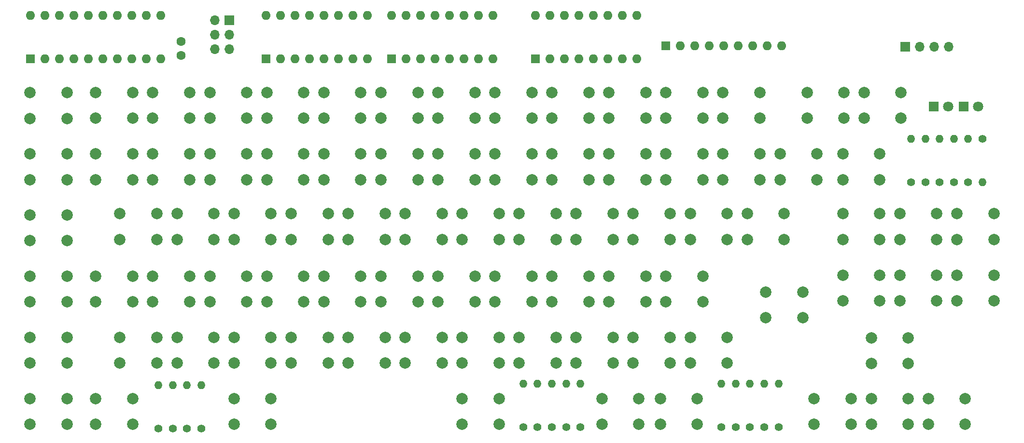
<source format=gbr>
%TF.GenerationSoftware,KiCad,Pcbnew,(7.0.0-0)*%
%TF.CreationDate,2023-11-15T12:47:25+03:00*%
%TF.ProjectId,keyb,6b657962-2e6b-4696-9361-645f70636258,rev?*%
%TF.SameCoordinates,Original*%
%TF.FileFunction,Soldermask,Bot*%
%TF.FilePolarity,Negative*%
%FSLAX46Y46*%
G04 Gerber Fmt 4.6, Leading zero omitted, Abs format (unit mm)*
G04 Created by KiCad (PCBNEW (7.0.0-0)) date 2023-11-15 12:47:25*
%MOMM*%
%LPD*%
G01*
G04 APERTURE LIST*
%ADD10C,2.000000*%
%ADD11C,1.400000*%
%ADD12O,1.400000X1.400000*%
%ADD13R,1.800000X1.800000*%
%ADD14C,1.800000*%
%ADD15R,1.700000X1.700000*%
%ADD16O,1.700000X1.700000*%
%ADD17R,1.600000X1.600000*%
%ADD18O,1.600000X1.600000*%
%ADD19C,1.600000*%
G04 APERTURE END LIST*
D10*
%TO.C,SW23*%
X140011500Y-100793500D03*
X146511500Y-100793500D03*
X140011500Y-105293500D03*
X146511500Y-105293500D03*
%TD*%
%TO.C,SW18*%
X90011500Y-100793500D03*
X96511500Y-100793500D03*
X90011500Y-105293500D03*
X96511500Y-105293500D03*
%TD*%
%TO.C,SW34*%
X170011500Y-100793500D03*
X176511500Y-100793500D03*
X170011500Y-105293500D03*
X176511500Y-105293500D03*
%TD*%
%TO.C,SW68*%
X74261500Y-133043500D03*
X80761500Y-133043500D03*
X74261500Y-137543500D03*
X80761500Y-137543500D03*
%TD*%
D11*
%TO.C,R11*%
X174750000Y-148810000D03*
D12*
X174749999Y-141189999D03*
%TD*%
D10*
%TO.C,SW19*%
X100011500Y-100793500D03*
X106511500Y-100793500D03*
X100011500Y-105293500D03*
X106511500Y-105293500D03*
%TD*%
%TO.C,SW20*%
X110011500Y-100793500D03*
X116511500Y-100793500D03*
X110011500Y-105293500D03*
X116511500Y-105293500D03*
%TD*%
%TO.C,SW76*%
X154261500Y-133043500D03*
X160761500Y-133043500D03*
X154261500Y-137543500D03*
X160761500Y-137543500D03*
%TD*%
%TO.C,SW12*%
X130011500Y-90000000D03*
X136511500Y-90000000D03*
X130011500Y-94500000D03*
X136511500Y-94500000D03*
%TD*%
%TO.C,SW82*%
X159011500Y-143793500D03*
X165511500Y-143793500D03*
X159011500Y-148293500D03*
X165511500Y-148293500D03*
%TD*%
D11*
%TO.C,R13*%
X137500000Y-148750000D03*
D12*
X137499999Y-141129999D03*
%TD*%
D10*
%TO.C,SW46*%
X114261500Y-111293500D03*
X120761500Y-111293500D03*
X114261500Y-115793500D03*
X120761500Y-115793500D03*
%TD*%
%TO.C,SW67*%
X64261500Y-133043500D03*
X70761500Y-133043500D03*
X64261500Y-137543500D03*
X70761500Y-137543500D03*
%TD*%
%TO.C,SW43*%
X194750000Y-90000000D03*
X201250000Y-90000000D03*
X194750000Y-94500000D03*
X201250000Y-94500000D03*
%TD*%
D11*
%TO.C,R2*%
X76000000Y-149000000D03*
D12*
X75999999Y-141379999D03*
%TD*%
D10*
%TO.C,SW70*%
X94261500Y-133043500D03*
X100761500Y-133043500D03*
X94261500Y-137543500D03*
X100761500Y-137543500D03*
%TD*%
%TO.C,SW56*%
X70011500Y-122293500D03*
X76511500Y-122293500D03*
X70011500Y-126793500D03*
X76511500Y-126793500D03*
%TD*%
%TO.C,SW72*%
X114261500Y-133043500D03*
X120761500Y-133043500D03*
X114261500Y-137543500D03*
X120761500Y-137543500D03*
%TD*%
%TO.C,SW14*%
X150000000Y-90000000D03*
X156500000Y-90000000D03*
X150000000Y-94500000D03*
X156500000Y-94500000D03*
%TD*%
%TO.C,SW28*%
X206011500Y-143793500D03*
X212511500Y-143793500D03*
X206011500Y-148293500D03*
X212511500Y-148293500D03*
%TD*%
%TO.C,SW60*%
X110011500Y-122293500D03*
X116511500Y-122293500D03*
X110011500Y-126793500D03*
X116511500Y-126793500D03*
%TD*%
%TO.C,SW77*%
X164261500Y-133043500D03*
X170761500Y-133043500D03*
X164261500Y-137543500D03*
X170761500Y-137543500D03*
%TD*%
D11*
%TO.C,R10*%
X169750000Y-148810000D03*
D12*
X169749999Y-141189999D03*
%TD*%
D10*
%TO.C,SW73*%
X124261500Y-133043500D03*
X130761500Y-133043500D03*
X124261500Y-137543500D03*
X130761500Y-137543500D03*
%TD*%
%TO.C,SW83*%
X184750000Y-90000000D03*
X191250000Y-90000000D03*
X184750000Y-94500000D03*
X191250000Y-94500000D03*
%TD*%
%TO.C,SW65*%
X160011500Y-122293500D03*
X166511500Y-122293500D03*
X160011500Y-126793500D03*
X166511500Y-126793500D03*
%TD*%
%TO.C,SW79*%
X60011500Y-143793500D03*
X66511500Y-143793500D03*
X60011500Y-148293500D03*
X66511500Y-148293500D03*
%TD*%
D13*
%TO.C,D1*%
X206974999Y-92499999D03*
D14*
X209515000Y-92500000D03*
%TD*%
D10*
%TO.C,SW75*%
X144261500Y-133043500D03*
X150761500Y-133043500D03*
X144261500Y-137543500D03*
X150761500Y-137543500D03*
%TD*%
%TO.C,SW74*%
X134261500Y-133043500D03*
X140761500Y-133043500D03*
X134261500Y-137543500D03*
X140761500Y-137543500D03*
%TD*%
%TO.C,SW36*%
X191011500Y-100793500D03*
X197511500Y-100793500D03*
X191011500Y-105293500D03*
X197511500Y-105293500D03*
%TD*%
%TO.C,SW48*%
X134261500Y-111293500D03*
X140761500Y-111293500D03*
X134261500Y-115793500D03*
X140761500Y-115793500D03*
%TD*%
%TO.C,SW55*%
X60011500Y-122293500D03*
X66511500Y-122293500D03*
X60011500Y-126793500D03*
X66511500Y-126793500D03*
%TD*%
%TO.C,SW6*%
X48500000Y-100793500D03*
X55000000Y-100793500D03*
X48500000Y-105293500D03*
X55000000Y-105293500D03*
%TD*%
%TO.C,SW30*%
X201011500Y-111293500D03*
X207511500Y-111293500D03*
X201011500Y-115793500D03*
X207511500Y-115793500D03*
%TD*%
%TO.C,SW47*%
X124261500Y-111293500D03*
X130761500Y-111293500D03*
X124261500Y-115793500D03*
X130761500Y-115793500D03*
%TD*%
D11*
%TO.C,R7*%
X203000000Y-105750000D03*
D12*
X202999999Y-98129999D03*
%TD*%
D10*
%TO.C,SW71*%
X104261500Y-133043500D03*
X110761500Y-133043500D03*
X104261500Y-137543500D03*
X110761500Y-137543500D03*
%TD*%
%TO.C,SW78*%
X48511500Y-143793500D03*
X55011500Y-143793500D03*
X48511500Y-148293500D03*
X55011500Y-148293500D03*
%TD*%
D15*
%TO.C,J2*%
X83438999Y-77342999D03*
D16*
X80898999Y-77342999D03*
X83438999Y-79882999D03*
X80898999Y-79882999D03*
X83438999Y-82422999D03*
X80898999Y-82422999D03*
%TD*%
D10*
%TO.C,SW11*%
X120011500Y-90000000D03*
X126511500Y-90000000D03*
X120011500Y-94500000D03*
X126511500Y-94500000D03*
%TD*%
%TO.C,SW64*%
X150011500Y-122293500D03*
X156511500Y-122293500D03*
X150011500Y-126793500D03*
X156511500Y-126793500D03*
%TD*%
%TO.C,SW7*%
X60011500Y-100793500D03*
X66511500Y-100793500D03*
X60011500Y-105293500D03*
X66511500Y-105293500D03*
%TD*%
%TO.C,SW26*%
X196011500Y-143793500D03*
X202511500Y-143793500D03*
X196011500Y-148293500D03*
X202511500Y-148293500D03*
%TD*%
%TO.C,SW15*%
X160011500Y-90000000D03*
X166511500Y-90000000D03*
X160011500Y-94500000D03*
X166511500Y-94500000D03*
%TD*%
%TO.C,SW22*%
X130011500Y-100793500D03*
X136511500Y-100793500D03*
X130011500Y-105293500D03*
X136511500Y-105293500D03*
%TD*%
%TO.C,SW45*%
X104261500Y-111293500D03*
X110761500Y-111293500D03*
X104261500Y-115793500D03*
X110761500Y-115793500D03*
%TD*%
%TO.C,SW32*%
X191023000Y-122087000D03*
X197523000Y-122087000D03*
X191023000Y-126587000D03*
X197523000Y-126587000D03*
%TD*%
D11*
%TO.C,R8*%
X177250000Y-148810000D03*
D12*
X177249999Y-141189999D03*
%TD*%
D10*
%TO.C,SW44*%
X94261500Y-111293500D03*
X100761500Y-111293500D03*
X94261500Y-115793500D03*
X100761500Y-115793500D03*
%TD*%
D17*
%TO.C,RN1*%
X160019999Y-81787999D03*
D18*
X162559999Y-81787999D03*
X165099999Y-81787999D03*
X167639999Y-81787999D03*
X170179999Y-81787999D03*
X172719999Y-81787999D03*
X175259999Y-81787999D03*
X177799999Y-81787999D03*
X180339999Y-81787999D03*
%TD*%
D10*
%TO.C,SW39*%
X74261500Y-111293500D03*
X80761500Y-111293500D03*
X74261500Y-115793500D03*
X80761500Y-115793500D03*
%TD*%
D17*
%TO.C,U3*%
X111886999Y-84073999D03*
D18*
X114426999Y-84073999D03*
X116966999Y-84073999D03*
X119506999Y-84073999D03*
X122046999Y-84073999D03*
X124586999Y-84073999D03*
X127126999Y-84073999D03*
X129666999Y-84073999D03*
X129666999Y-76453999D03*
X127126999Y-76453999D03*
X124586999Y-76453999D03*
X122046999Y-76453999D03*
X119506999Y-76453999D03*
X116966999Y-76453999D03*
X114426999Y-76453999D03*
X111886999Y-76453999D03*
%TD*%
D10*
%TO.C,SW5*%
X90011500Y-90000000D03*
X96511500Y-90000000D03*
X90011500Y-94500000D03*
X96511500Y-94500000D03*
%TD*%
D11*
%TO.C,R19*%
X142500000Y-148750000D03*
D12*
X142499999Y-141129999D03*
%TD*%
D11*
%TO.C,R20*%
X172250000Y-148810000D03*
D12*
X172249999Y-141189999D03*
%TD*%
D17*
%TO.C,U1*%
X48574999Y-84049999D03*
D18*
X51114999Y-84049999D03*
X53654999Y-84049999D03*
X56194999Y-84049999D03*
X58734999Y-84049999D03*
X61274999Y-84049999D03*
X63814999Y-84049999D03*
X66354999Y-84049999D03*
X68894999Y-84049999D03*
X71434999Y-84049999D03*
X71434999Y-76429999D03*
X68894999Y-76429999D03*
X66354999Y-76429999D03*
X63814999Y-76429999D03*
X61274999Y-76429999D03*
X58734999Y-76429999D03*
X56194999Y-76429999D03*
X53654999Y-76429999D03*
X51114999Y-76429999D03*
X48574999Y-76429999D03*
%TD*%
D17*
%TO.C,U2*%
X89886999Y-84073999D03*
D18*
X92426999Y-84073999D03*
X94966999Y-84073999D03*
X97506999Y-84073999D03*
X100046999Y-84073999D03*
X102586999Y-84073999D03*
X105126999Y-84073999D03*
X107666999Y-84073999D03*
X107666999Y-76453999D03*
X105126999Y-76453999D03*
X102586999Y-76453999D03*
X100046999Y-76453999D03*
X97506999Y-76453999D03*
X94966999Y-76453999D03*
X92426999Y-76453999D03*
X89886999Y-76453999D03*
%TD*%
D10*
%TO.C,SW27*%
X186011500Y-143793500D03*
X192511500Y-143793500D03*
X186011500Y-148293500D03*
X192511500Y-148293500D03*
%TD*%
%TO.C,SW63*%
X140011500Y-122293500D03*
X146511500Y-122293500D03*
X140011500Y-126793500D03*
X146511500Y-126793500D03*
%TD*%
%TO.C,SW58*%
X90011500Y-122293500D03*
X96511500Y-122293500D03*
X90011500Y-126793500D03*
X96511500Y-126793500D03*
%TD*%
%TO.C,SW31*%
X211023000Y-122087000D03*
X217523000Y-122087000D03*
X211023000Y-126587000D03*
X217523000Y-126587000D03*
%TD*%
%TO.C,SW41*%
X201011500Y-122087000D03*
X207511500Y-122087000D03*
X201011500Y-126587000D03*
X207511500Y-126587000D03*
%TD*%
D15*
%TO.C,J1*%
X201949999Y-81974999D03*
D16*
X204489999Y-81974999D03*
X207029999Y-81974999D03*
X209569999Y-81974999D03*
%TD*%
D10*
%TO.C,SW51*%
X164261500Y-111293500D03*
X170761500Y-111293500D03*
X164261500Y-115793500D03*
X170761500Y-115793500D03*
%TD*%
%TO.C,SW25*%
X196011500Y-133087000D03*
X202511500Y-133087000D03*
X196011500Y-137587000D03*
X202511500Y-137587000D03*
%TD*%
%TO.C,SW10*%
X110011500Y-90000000D03*
X116511500Y-90000000D03*
X110011500Y-94500000D03*
X116511500Y-94500000D03*
%TD*%
%TO.C,SW35*%
X180011500Y-100793500D03*
X186511500Y-100793500D03*
X180011500Y-105293500D03*
X186511500Y-105293500D03*
%TD*%
%TO.C,SW50*%
X154261500Y-111293500D03*
X160761500Y-111293500D03*
X154261500Y-115793500D03*
X160761500Y-115793500D03*
%TD*%
%TO.C,SW57*%
X80011500Y-122293500D03*
X86511500Y-122293500D03*
X80011500Y-126793500D03*
X86511500Y-126793500D03*
%TD*%
D17*
%TO.C,U4*%
X137149999Y-84063999D03*
D18*
X139689999Y-84063999D03*
X142229999Y-84063999D03*
X144769999Y-84063999D03*
X147309999Y-84063999D03*
X149849999Y-84063999D03*
X152389999Y-84063999D03*
X154929999Y-84063999D03*
X154929999Y-76443999D03*
X152389999Y-76443999D03*
X149849999Y-76443999D03*
X147309999Y-76443999D03*
X144769999Y-76443999D03*
X142229999Y-76443999D03*
X139689999Y-76443999D03*
X137149999Y-76443999D03*
%TD*%
D10*
%TO.C,SW16*%
X170000000Y-90000000D03*
X176500000Y-90000000D03*
X170000000Y-94500000D03*
X176500000Y-94500000D03*
%TD*%
%TO.C,SW52*%
X174261500Y-111293500D03*
X180761500Y-111293500D03*
X174261500Y-115793500D03*
X180761500Y-115793500D03*
%TD*%
%TO.C,SW66*%
X48500000Y-133043500D03*
X55000000Y-133043500D03*
X48500000Y-137543500D03*
X55000000Y-137543500D03*
%TD*%
%TO.C,SW9*%
X100011500Y-90000000D03*
X106511500Y-90000000D03*
X100011500Y-94500000D03*
X106511500Y-94500000D03*
%TD*%
D11*
%TO.C,R15*%
X205500000Y-105760000D03*
D12*
X205499999Y-98139999D03*
%TD*%
D10*
%TO.C,SW3*%
X70011500Y-90000000D03*
X76511500Y-90000000D03*
X70011500Y-94500000D03*
X76511500Y-94500000D03*
%TD*%
%TO.C,SW17*%
X80011500Y-100793500D03*
X86511500Y-100793500D03*
X80011500Y-105293500D03*
X86511500Y-105293500D03*
%TD*%
%TO.C,SW13*%
X140011500Y-90000000D03*
X146511500Y-90000000D03*
X140011500Y-94500000D03*
X146511500Y-94500000D03*
%TD*%
D11*
%TO.C,R14*%
X145000000Y-148750000D03*
D12*
X144999999Y-141129999D03*
%TD*%
D10*
%TO.C,SW61*%
X120011500Y-122293500D03*
X126511500Y-122293500D03*
X120011500Y-126793500D03*
X126511500Y-126793500D03*
%TD*%
D11*
%TO.C,R6*%
X179750000Y-148810000D03*
D12*
X179749999Y-141189999D03*
%TD*%
D11*
%TO.C,R18*%
X213000000Y-105750000D03*
D12*
X212999999Y-98129999D03*
%TD*%
D11*
%TO.C,R17*%
X135000000Y-148750000D03*
D12*
X134999999Y-141129999D03*
%TD*%
D10*
%TO.C,SW54*%
X48500000Y-122293500D03*
X55000000Y-122293500D03*
X48500000Y-126793500D03*
X55000000Y-126793500D03*
%TD*%
D11*
%TO.C,R4*%
X73500000Y-149000000D03*
D12*
X73499999Y-141379999D03*
%TD*%
D10*
%TO.C,SW33*%
X160011500Y-100793500D03*
X166511500Y-100793500D03*
X160011500Y-105293500D03*
X166511500Y-105293500D03*
%TD*%
%TO.C,SW37*%
X48511500Y-111543500D03*
X55011500Y-111543500D03*
X48511500Y-116043500D03*
X55011500Y-116043500D03*
%TD*%
D19*
%TO.C,C1*%
X75000000Y-83500000D03*
X75000000Y-81000000D03*
%TD*%
D10*
%TO.C,SW59*%
X100011500Y-122293500D03*
X106511500Y-122293500D03*
X100011500Y-126793500D03*
X106511500Y-126793500D03*
%TD*%
%TO.C,SW24*%
X150011500Y-100793500D03*
X156511500Y-100793500D03*
X150011500Y-105293500D03*
X156511500Y-105293500D03*
%TD*%
%TO.C,SW2*%
X60011500Y-89993500D03*
X66511500Y-89993500D03*
X60011500Y-94493500D03*
X66511500Y-94493500D03*
%TD*%
%TO.C,SW62*%
X130011500Y-122293500D03*
X136511500Y-122293500D03*
X130011500Y-126793500D03*
X136511500Y-126793500D03*
%TD*%
D11*
%TO.C,R1*%
X71000000Y-149000000D03*
D12*
X70999999Y-141379999D03*
%TD*%
D10*
%TO.C,SW29*%
X191011500Y-111293500D03*
X197511500Y-111293500D03*
X191011500Y-115793500D03*
X197511500Y-115793500D03*
%TD*%
%TO.C,SW42*%
X211011500Y-111293500D03*
X217511500Y-111293500D03*
X211011500Y-115793500D03*
X217511500Y-115793500D03*
%TD*%
%TO.C,SW84*%
X124261500Y-143793500D03*
X130761500Y-143793500D03*
X124261500Y-148293500D03*
X130761500Y-148293500D03*
%TD*%
D11*
%TO.C,R12*%
X140000000Y-148750000D03*
D12*
X139999999Y-141129999D03*
%TD*%
D10*
%TO.C,SW49*%
X144261500Y-111293500D03*
X150761500Y-111293500D03*
X144261500Y-115793500D03*
X150761500Y-115793500D03*
%TD*%
%TO.C,SW40*%
X84261500Y-111293500D03*
X90761500Y-111293500D03*
X84261500Y-115793500D03*
X90761500Y-115793500D03*
%TD*%
%TO.C,SW80*%
X84261500Y-143793500D03*
X90761500Y-143793500D03*
X84261500Y-148293500D03*
X90761500Y-148293500D03*
%TD*%
D11*
%TO.C,R5*%
X208000000Y-105750000D03*
D12*
X207999999Y-98129999D03*
%TD*%
D11*
%TO.C,R3*%
X78500000Y-149010000D03*
D12*
X78499999Y-141389999D03*
%TD*%
D13*
%TO.C,D2*%
X212224999Y-92499999D03*
D14*
X214765000Y-92500000D03*
%TD*%
D10*
%TO.C,SW1*%
X48511500Y-90043500D03*
X55011500Y-90043500D03*
X48511500Y-94543500D03*
X55011500Y-94543500D03*
%TD*%
%TO.C,SW4*%
X80011500Y-90000000D03*
X86511500Y-90000000D03*
X80011500Y-94500000D03*
X86511500Y-94500000D03*
%TD*%
%TO.C,SW81*%
X148761500Y-143793500D03*
X155261500Y-143793500D03*
X148761500Y-148293500D03*
X155261500Y-148293500D03*
%TD*%
%TO.C,SW53*%
X177511500Y-125043500D03*
X184011500Y-125043500D03*
X177511500Y-129543500D03*
X184011500Y-129543500D03*
%TD*%
%TO.C,SW8*%
X70011500Y-100793500D03*
X76511500Y-100793500D03*
X70011500Y-105293500D03*
X76511500Y-105293500D03*
%TD*%
%TO.C,SW38*%
X64261500Y-111293500D03*
X70761500Y-111293500D03*
X64261500Y-115793500D03*
X70761500Y-115793500D03*
%TD*%
%TO.C,SW21*%
X120011500Y-100793500D03*
X126511500Y-100793500D03*
X120011500Y-105293500D03*
X126511500Y-105293500D03*
%TD*%
D11*
%TO.C,R9*%
X210500000Y-105750000D03*
D12*
X210499999Y-98129999D03*
%TD*%
D10*
%TO.C,SW69*%
X84261500Y-133043500D03*
X90761500Y-133043500D03*
X84261500Y-137543500D03*
X90761500Y-137543500D03*
%TD*%
D11*
%TO.C,R16*%
X215500000Y-98125000D03*
D12*
X215499999Y-105744999D03*
%TD*%
M02*

</source>
